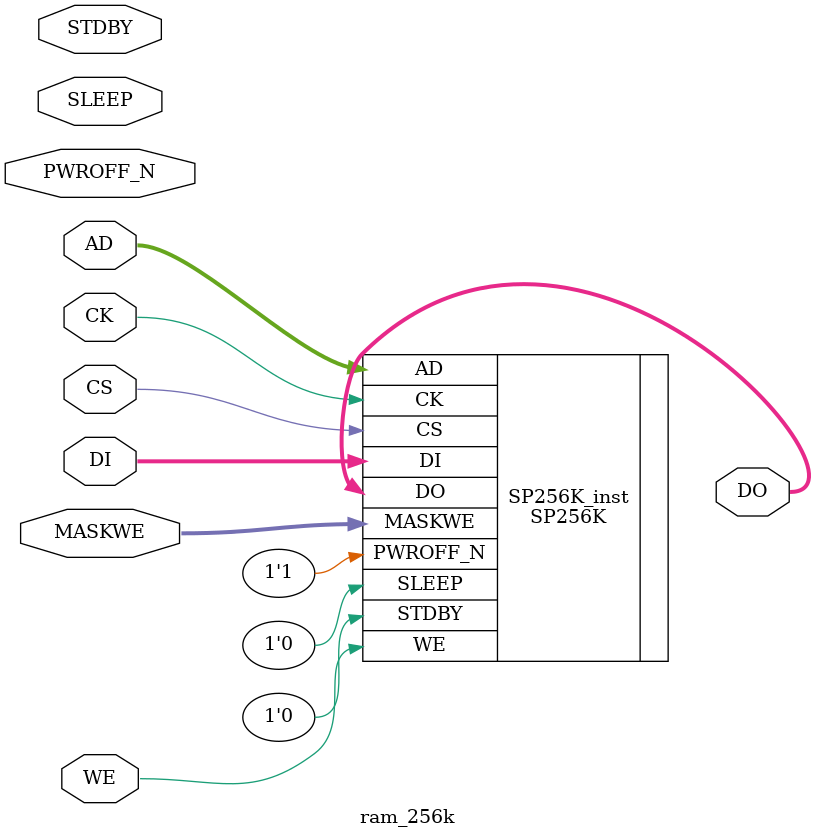
<source format=v>
module ram_256k(
    input [13:0]  AD,
    input [15:0]  DI,
    input [3:0]   MASKWE,
    input         WE,
    input         CS,
    input         CK,
    input         STDBY,
    input         SLEEP,
    input         PWROFF_N,
    output [15:0] DO
);

`ifndef SIMULATION
    SP256K SP256K_inst (
        .AD       (AD),  // I
        .DI       (DI),  // I
        .MASKWE   (MASKWE),  // I
        .WE       (WE),  // I
        .CS       (CS),  // I
        .CK       (CK),  // I
        .STDBY    (1'b0),  // I
        .SLEEP    (1'b0),  // I
        .PWROFF_N (1'b1),  // I
        .DO       (DO)   // O
    );
    // SB_SPRAM256KA ram (
    //     .ADDRESS       (AD),  // I
    //     .DATAIN       (DI),  // I
    //     .MASKWREN   (MASKWE),  // I
    //     .WREN       (WE),  // I
    //     .CHIPSELECT       (CS),  // I
    //     .CLOCK       (CK),  // I
    //     .STANDBY    (1'b0),  // I
    //     .SLEEP    (1'b0),  // I
    //     .POWEROFF (1'b1),  // I
    //     .DATAOUT       (DO)   // O
    // );
`else

    reg [15:0] Mem [0:8191] /* synthesis syn_ramstyle="SRAM" */;
    reg [15:0] do_int;
    reg [13:0] ad_reg;
    reg cs_reg;
    reg we_reg;

    // assign DO = Mem[AD];
    assign DO = do_int;

    always @(posedge CK) begin
        ad_reg <= AD;
        cs_reg <= CS;
        we_reg <= WE;
        if (CS && WE) begin
            Mem[AD] <= DI;
        end
        if (cs_reg) begin
            do_int <= Mem[ad_reg];
        end
    end

`endif

endmodule
</source>
